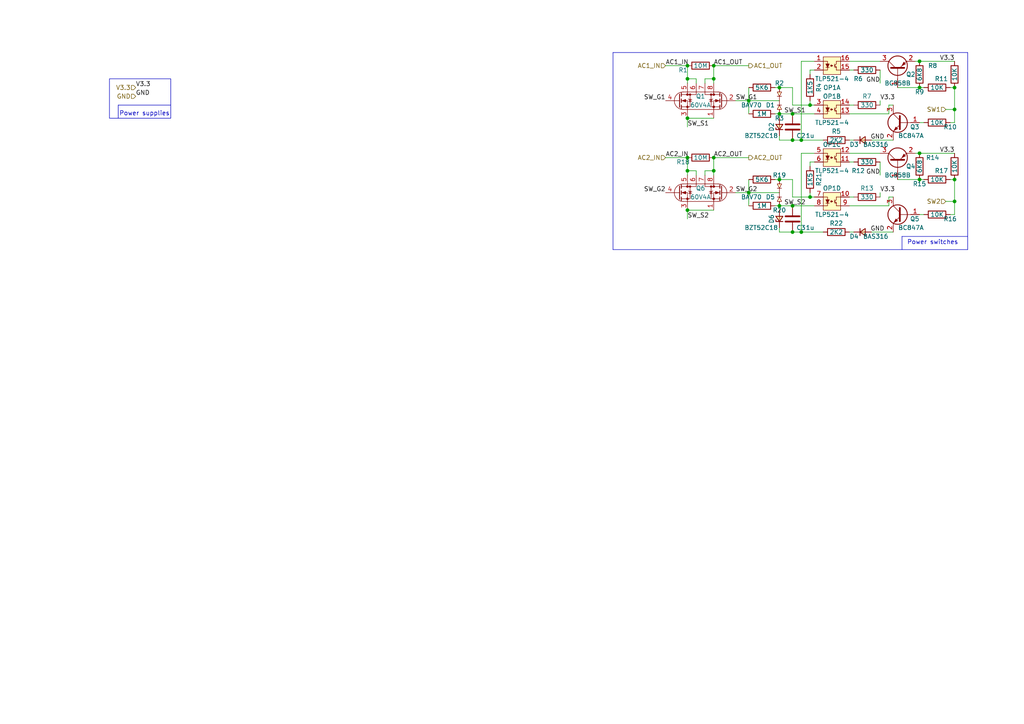
<source format=kicad_sch>
(kicad_sch (version 20250114) (generator "eeschema") (generator_version "9.0")
  (paper "A4")
  (lib_symbols
    (symbol "Device:C" (pin_numbers (hide yes)) (pin_names (offset 0.254))
      (property "Reference" "C" (at 0.635 2.54 0))
      (property "Value" "C" (at 0.635 -2.54 0))
      (symbol "C_0_1"
        (polyline (pts (xy -2.032 0.762) (xy 2.032 0.762)) (stroke (width 0.508)))
        (polyline (pts (xy -2.032 -0.762) (xy 2.032 -0.762)) (stroke (width 0.508)))
      )
      (symbol "C_1_1"
        (pin passive line (at 0 3.81 270) (length 2.794) (name "~") (number "1"))
        (pin passive line (at 0 -3.81 90) (length 2.794) (name "~") (number "2"))
      )
    )
    (symbol "Device:R" (pin_numbers (hide yes)) (pin_names (offset 0))
      (property "Reference" "R" (at 2.032 0 90))
      (property "Value" "R" (at 0 0 90))
      (symbol "R_0_1"
        (rectangle (start -1.016 -2.54) (end 1.016 2.54) (stroke (width 0.254)))
      )
      (symbol "R_1_1"
        (pin passive line (at 0 3.81 270) (length 1.27) (name "~") (number "1"))
        (pin passive line (at 0 -3.81 90) (length 1.27) (name "~") (number "2"))
      )
    )
    (symbol "SquantorDevice:D_CC_AAC" (pin_numbers (hide yes)) (pin_names (hide yes))
      (property "Reference" "D" (at 0 2.54 0))
      (property "Value" "D_CC_AAC" (at 0 -3.175 0))
      (symbol "D_CC_AAC_0_1"
        (polyline (pts (xy -1.27 0.635) (xy -1.27 -0.635)))
        (polyline (pts (xy 1.27 -0.635) (xy 1.27 0.635)))
      )
      (symbol "D_CC_AAC_1_1"
        (polyline (pts (xy -1.27 0) (xy 1.27 0)))
        (polyline (pts (xy -1.27 0) (xy -2.54 0.635) (xy -2.54 -0.635) (xy -1.27 0)) (fill (type background)))
        (polyline (pts (xy 1.27 0) (xy 2.54 -0.635) (xy 2.54 0.635) (xy 1.27 0)) (fill (type background)))
        (pin passive line (at -3.81 0 0) (length 1.27) (name "A1") (number "1"))
        (pin passive line (at 0 0 90) (length 0) (name "K1A2") (number "3"))
        (pin passive line (at 3.81 0 180) (length 1.27) (name "K2") (number "2"))
      )
    )
    (symbol "SquantorDevice:D_Small_A2C1" (pin_numbers (hide yes)) (pin_names (offset 0.254) (hide yes))
      (property "Reference" "D" (at 0 2.54 0))
      (property "Value" "D_Small_A2C1" (at 0 -2.54 0))
      (symbol "D_Small_A2C1_0_1"
        (polyline (pts (xy -0.762 0) (xy 0.762 0)))
        (polyline (pts (xy -0.762 -1.016) (xy -0.762 1.016)) (stroke (width 0.254)))
      )
      (symbol "D_Small_A2C1_1_1"
        (polyline (pts (xy 0.762 -1.016) (xy -0.762 0) (xy 0.762 1.016) (xy 0.762 -1.016)) (stroke (width 0.254)) (fill (type background)))
        (pin passive line (at -2.54 0 0) (length 1.778) (name "K") (number "1"))
        (pin passive line (at 2.54 0 180) (length 1.778) (name "A") (number "2"))
      )
    )
    (symbol "SquantorDevice:D_Zener_Small_A2C1" (pin_numbers (hide yes)) (pin_names (offset 0.254) (hide yes))
      (property "Reference" "D" (at 0 2.286 0))
      (property "Value" "D_Zener_Small_2_1" (at 0 -2.286 0))
      (symbol "D_Zener_Small_A2C1_0_1"
        (polyline (pts (xy -0.254 1.016) (xy -0.762 1.016) (xy -0.762 -1.016)) (stroke (width 0.254)))
        (polyline (pts (xy 0.762 0) (xy -0.762 0)))
      )
      (symbol "D_Zener_Small_A2C1_1_1"
        (polyline (pts (xy 0.762 1.016) (xy -0.762 0) (xy 0.762 -1.016) (xy 0.762 1.016)) (stroke (width 0.254)) (fill (type background)))
        (pin passive line (at -2.54 0 0) (length 1.778) (name "K") (number "1"))
        (pin passive line (at 2.54 0 180) (length 1.778) (name "A") (number "2"))
      )
    )
    (symbol "SquantorDevice:Q_NMOS_dual_8pin" (pin_names (offset 0) (hide yes))
      (property "Reference" "Q" (at 6.35 3.81 0))
      (property "Value" "Q_NMOS_DUAL" (at 6.35 -3.81 0))
      (symbol "Q_NMOS_dual_8pin_0_1"
        (polyline (pts (xy -6.35 0) (xy -7.62 0)))
        (polyline (pts (xy -6.2992 0) (xy -6.096 0)))
        (polyline (pts (xy -6.096 1.905) (xy -6.096 -1.905) (xy -6.096 -1.905)) (stroke (width 0.254)))
        (polyline (pts (xy -5.588 2.286) (xy -5.588 1.27)) (stroke (width 0.254)))
        (polyline (pts (xy -5.588 1.778) (xy -3.81 1.778)))
        (polyline (pts (xy -5.588 0.508) (xy -5.588 -0.508)) (stroke (width 0.254)))
        (polyline (pts (xy -5.588 0) (xy -3.81 0)))
        (polyline (pts (xy -5.588 -1.27) (xy -5.588 -2.286)) (stroke (width 0.254)))
        (polyline (pts (xy -5.588 -1.778) (xy -3.81 -1.778)))
        (polyline (pts (xy -5.334 0) (xy -4.318 0.381) (xy -4.318 -0.381) (xy -5.334 0)) (fill (type outline)))
        (polyline (pts (xy -5.08 2.54) (xy 5.08 2.54)))
        (arc (start -5.08 -2.54) (mid -7.609 0) (end -5.08 2.54))
        (polyline (pts (xy -3.81 2.54) (xy -3.81 1.778)))
        (circle (center -3.81 1.778) (radius 0.2794) (fill (type outline)))
        (circle (center -3.81 -1.778) (radius 0.2794) (fill (type outline)))
        (polyline (pts (xy -3.81 -1.778) (xy -3.81 0)))
        (polyline (pts (xy -3.81 -1.778) (xy -3.81 -2.54)))
        (polyline (pts (xy -3.81 -1.778) (xy -3.048 -1.778) (xy -3.048 1.778) (xy -3.81 1.778)))
        (polyline (pts (xy -3.556 0.508) (xy -3.429 0.381) (xy -2.667 0.381) (xy -2.54 0.254)))
        (polyline (pts (xy -3.048 0.381) (xy -3.429 -0.254) (xy -2.667 -0.254) (xy -3.048 0.381)))
        (polyline (pts (xy -1.27 2.54) (xy -1.27 1.778) (xy -3.048 1.778)))
        (polyline (pts (xy 3.048 1.778) (xy 1.27 1.778) (xy 1.27 2.54)))
        (polyline (pts (xy 3.048 0.381) (xy 3.429 -0.254) (xy 2.667 -0.254) (xy 3.048 0.381)))
        (polyline (pts (xy 3.556 0.508) (xy 3.429 0.381) (xy 2.667 0.381) (xy 2.54 0.254)))
        (polyline (pts (xy 3.81 2.54) (xy 3.81 1.778)))
        (circle (center 3.81 1.778) (radius 0.2794) (fill (type outline)))
        (polyline (pts (xy 3.81 -1.778) (xy 3.81 0)))
        (polyline (pts (xy 3.81 -1.778) (xy 3.81 -2.54)))
        (polyline (pts (xy 3.81 -1.778) (xy 3.048 -1.778) (xy 3.048 1.778) (xy 3.81 1.778)))
        (circle (center 3.81 -1.778) (radius 0.2794) (fill (type outline)))
        (arc (start 5.08 2.54) (mid 7.609 0) (end 5.08 -2.54))
        (polyline (pts (xy 5.08 -2.54) (xy -5.08 -2.54)))
        (polyline (pts (xy 5.334 0) (xy 4.318 0.381) (xy 4.318 -0.381) (xy 5.334 0)) (fill (type outline)))
        (polyline (pts (xy 5.588 2.286) (xy 5.588 1.27)) (stroke (width 0.254)))
        (polyline (pts (xy 5.588 1.778) (xy 3.81 1.778)))
        (polyline (pts (xy 5.588 0.508) (xy 5.588 -0.508)) (stroke (width 0.254)))
        (polyline (pts (xy 5.588 0) (xy 3.81 0)))
        (polyline (pts (xy 5.588 -1.27) (xy 5.588 -2.286)) (stroke (width 0.254)))
        (polyline (pts (xy 5.588 -1.778) (xy 3.81 -1.778)))
        (polyline (pts (xy 6.096 1.905) (xy 6.096 -1.905) (xy 6.096 -1.905)) (stroke (width 0.254)))
        (polyline (pts (xy 6.2992 0) (xy 6.096 0)))
        (polyline (pts (xy 7.62 0) (xy 6.35 0)))
      )
      (symbol "Q_NMOS_dual_8pin_1_1"
        (circle (center -3.048 1.778) (radius 0.254) (fill (type outline)))
        (circle (center 3.048 1.778) (radius 0.254) (fill (type outline)))
        (pin input line (at -10.16 0 0) (length 2.54) (name "G1") (number "2"))
        (pin passive line (at -3.81 5.08 270) (length 2.54) (name "D1") (number "8"))
        (pin passive line (at -3.81 -5.08 90) (length 2.54) (name "S1") (number "1"))
        (pin passive line (at -1.27 5.08 270) (length 2.54) (name "D1") (number "7"))
        (pin passive line (at 1.27 5.08 270) (length 2.54) (name "D2") (number "6"))
        (pin passive line (at 3.81 5.08 270) (length 2.54) (name "D2") (number "5"))
        (pin passive line (at 3.81 -5.08 90) (length 2.54) (name "S2") (number "3"))
        (pin passive line (at 10.16 0 180) (length 2.54) (name "G2") (number "4"))
      )
    )
    (symbol "SquantorOpto:OP_Q_quad" (pin_names (hide yes))
      (property "Reference" "OP" (at 0 3.81 0))
      (symbol "OP_Q_quad_1_1"
        (rectangle (start -2.54 2.54) (end 2.54 -2.54) (fill (type background)))
        (polyline (pts (xy -2.54 1.27) (xy -1.27 1.27) (xy -1.27 -1.27) (xy -2.54 -1.27)))
        (polyline (pts (xy -1.778 -0.508) (xy -0.762 -0.508)))
        (polyline (pts (xy -1.27 -0.508) (xy -1.778 0.508) (xy -0.762 0.508) (xy -1.27 -0.508)) (fill (type outline)))
        (polyline (pts (xy -0.508 0) (xy 0.254 0) (xy -0.254 0.254) (xy -0.254 -0.254) (xy 0.254 0)) (fill (type outline)))
        (polyline (pts (xy 0.762 0.508) (xy 0.762 -0.508)))
        (polyline (pts (xy 1.27 1.27) (xy 1.27 0.508) (xy 0.762 0) (xy 1.27 -0.508) (xy 1.27 -1.27)))
        (polyline (pts (xy 1.27 -0.508) (xy 1.27 -0.254) (xy 1.016 -0.508) (xy 1.27 -0.508)))
        (polyline (pts (xy 2.54 1.27) (xy 1.27 1.27)))
        (polyline (pts (xy 2.54 -1.27) (xy 1.27 -1.27)))
        (pin passive line (at -5.08 1.27 0) (length 2.54) (name "A1") (number "1"))
        (pin passive line (at -5.08 -1.27 0) (length 2.54) (name "C1") (number "2"))
        (pin passive line (at 5.08 1.27 180) (length 2.54) (name "C1") (number "16"))
        (pin passive line (at 5.08 -1.27 180) (length 2.54) (name "E1") (number "15"))
      )
      (symbol "OP_Q_quad_2_1"
        (rectangle (start -2.54 2.54) (end 2.54 -2.54) (fill (type background)))
        (polyline (pts (xy -2.54 1.27) (xy -1.27 1.27) (xy -1.27 -1.27) (xy -2.54 -1.27)))
        (polyline (pts (xy -1.778 -0.508) (xy -0.762 -0.508)))
        (polyline (pts (xy -1.27 -0.508) (xy -1.778 0.508) (xy -0.762 0.508) (xy -1.27 -0.508)) (fill (type outline)))
        (polyline (pts (xy -0.508 0) (xy 0.254 0) (xy -0.254 0.254) (xy -0.254 -0.254) (xy 0.254 0)) (fill (type outline)))
        (polyline (pts (xy 0.762 0.508) (xy 0.762 -0.508)))
        (polyline (pts (xy 1.27 1.27) (xy 1.27 0.508) (xy 0.762 0) (xy 1.27 -0.508) (xy 1.27 -1.27)))
        (polyline (pts (xy 1.27 -0.508) (xy 1.27 -0.254) (xy 1.016 -0.508) (xy 1.27 -0.508)))
        (polyline (pts (xy 2.54 1.27) (xy 1.27 1.27)))
        (polyline (pts (xy 2.54 -1.27) (xy 1.27 -1.27)))
        (pin passive line (at -5.08 1.27 0) (length 2.54) (name "A2") (number "3"))
        (pin passive line (at -5.08 -1.27 0) (length 2.54) (name "C2") (number "4"))
        (pin passive line (at 5.08 1.27 180) (length 2.54) (name "C2") (number "14"))
        (pin passive line (at 5.08 -1.27 180) (length 2.54) (name "E2") (number "13"))
      )
      (symbol "OP_Q_quad_3_1"
        (rectangle (start -2.54 2.54) (end 2.54 -2.54) (fill (type background)))
        (polyline (pts (xy -2.54 1.27) (xy -1.27 1.27) (xy -1.27 -1.27) (xy -2.54 -1.27)))
        (polyline (pts (xy -1.778 -0.508) (xy -0.762 -0.508)))
        (polyline (pts (xy -1.27 -0.508) (xy -1.778 0.508) (xy -0.762 0.508) (xy -1.27 -0.508)) (fill (type outline)))
        (polyline (pts (xy -0.508 0) (xy 0.254 0) (xy -0.254 0.254) (xy -0.254 -0.254) (xy 0.254 0)) (fill (type outline)))
        (polyline (pts (xy 0.762 0.508) (xy 0.762 -0.508)))
        (polyline (pts (xy 1.27 1.27) (xy 1.27 0.508) (xy 0.762 0) (xy 1.27 -0.508) (xy 1.27 -1.27)))
        (polyline (pts (xy 1.27 -0.508) (xy 1.27 -0.254) (xy 1.016 -0.508) (xy 1.27 -0.508)))
        (polyline (pts (xy 2.54 1.27) (xy 1.27 1.27)))
        (polyline (pts (xy 2.54 -1.27) (xy 1.27 -1.27)))
        (pin passive line (at -5.08 1.27 0) (length 2.54) (name "A3") (number "5"))
        (pin passive line (at -5.08 -1.27 0) (length 2.54) (name "C3") (number "6"))
        (pin passive line (at 5.08 1.27 180) (length 2.54) (name "C3") (number "12"))
        (pin passive line (at 5.08 -1.27 180) (length 2.54) (name "E3") (number "11"))
      )
      (symbol "OP_Q_quad_4_1"
        (rectangle (start -2.54 2.54) (end 2.54 -2.54) (fill (type background)))
        (polyline (pts (xy -2.54 1.27) (xy -1.27 1.27) (xy -1.27 -1.27) (xy -2.54 -1.27)))
        (polyline (pts (xy -1.778 -0.508) (xy -0.762 -0.508)))
        (polyline (pts (xy -1.27 -0.508) (xy -1.778 0.508) (xy -0.762 0.508) (xy -1.27 -0.508)) (fill (type outline)))
        (polyline (pts (xy -0.508 0) (xy 0.254 0) (xy -0.254 0.254) (xy -0.254 -0.254) (xy 0.254 0)) (fill (type outline)))
        (polyline (pts (xy 0.762 0.508) (xy 0.762 -0.508)))
        (polyline (pts (xy 1.27 1.27) (xy 1.27 0.508) (xy 0.762 0) (xy 1.27 -0.508) (xy 1.27 -1.27)))
        (polyline (pts (xy 1.27 -0.508) (xy 1.27 -0.254) (xy 1.016 -0.508) (xy 1.27 -0.508)))
        (polyline (pts (xy 2.54 1.27) (xy 1.27 1.27)))
        (polyline (pts (xy 2.54 -1.27) (xy 1.27 -1.27)))
        (pin passive line (at -5.08 1.27 0) (length 2.54) (name "A4") (number "7"))
        (pin passive line (at -5.08 -1.27 0) (length 2.54) (name "C4") (number "8"))
        (pin passive line (at 5.08 1.27 180) (length 2.54) (name "C4") (number "10"))
        (pin passive line (at 5.08 -1.27 180) (length 2.54) (name "E4") (number "9"))
      )
    )
    (symbol "Transistor_BJT:Q_NPN_BEC" (pin_names (offset 0) (hide yes))
      (property "Reference" "Q" (at 5.08 1.27 0))
      (property "Value" "Q_NPN_BEC" (at 5.08 -1.27 0))
      (symbol "Q_NPN_BEC_0_1"
        (polyline (pts (xy -2.54 0) (xy 0.635 0)))
        (polyline (pts (xy 0.635 1.905) (xy 0.635 -1.905)) (stroke (width 0.508)))
        (circle (center 1.27 0) (radius 2.8194) (stroke (width 0.254)))
      )
      (symbol "Q_NPN_BEC_1_1"
        (polyline (pts (xy 0.635 0.635) (xy 2.54 2.54)))
        (polyline (pts (xy 0.635 -0.635) (xy 2.54 -2.54)))
        (polyline (pts (xy 1.27 -1.778) (xy 1.778 -1.27) (xy 2.286 -2.286) (xy 1.27 -1.778)) (fill (type outline)))
        (pin input line (at -5.08 0 0) (length 2.54) (name "B") (number "1"))
        (pin passive line (at 2.54 5.08 270) (length 2.54) (name "C") (number "3"))
        (pin passive line (at 2.54 -5.08 90) (length 2.54) (name "E") (number "2"))
      )
    )
    (symbol "Transistor_BJT:Q_PNP_BEC" (pin_names (offset 0) (hide yes))
      (property "Reference" "Q" (at 5.08 1.27 0))
      (property "Value" "Q_PNP_BEC" (at 5.08 -1.27 0))
      (symbol "Q_PNP_BEC_0_1"
        (polyline (pts (xy -2.54 0) (xy 0.635 0)))
        (polyline (pts (xy 0.635 1.905) (xy 0.635 -1.905)) (stroke (width 0.508)))
        (polyline (pts (xy 0.635 0.635) (xy 2.54 2.54)))
        (polyline (pts (xy 0.635 -0.635) (xy 2.54 -2.54)))
        (circle (center 1.27 0) (radius 2.8194) (stroke (width 0.254)))
        (polyline (pts (xy 2.286 -1.778) (xy 1.778 -2.286) (xy 1.27 -1.27) (xy 2.286 -1.778)) (fill (type outline)))
      )
      (symbol "Q_PNP_BEC_1_1"
        (pin input line (at -5.08 0 0) (length 2.54) (name "B") (number "1"))
        (pin passive line (at 2.54 5.08 270) (length 2.54) (name "C") (number "3"))
        (pin passive line (at 2.54 -5.08 90) (length 2.54) (name "E") (number "2"))
      )
    )
  )
  (rectangle (start 31.75 22.86) (end 49.53 34.29))
  (text "Power switches" (at 270.51 71.12 0) (effects (font (size 1.27 1.27)) (justify bottom)))
  (text "Power supplies" (at 41.91 33.02 0) (effects (font (size 1.27 1.27))))
  (junction (at 276.86 52.07))
  (junction (at 199.39 22.86))
  (junction (at 226.06 59.69))
  (junction (at 276.86 25.4))
  (junction (at 207.01 22.86))
  (junction (at 226.06 33.02))
  (junction (at 232.41 40.64))
  (junction (at 266.7 25.4))
  (junction (at 226.06 25.4))
  (junction (at 232.41 67.31))
  (junction (at 266.7 44.45))
  (junction (at 234.95 30.48))
  (junction (at 199.39 49.53))
  (junction (at 234.95 57.15))
  (junction (at 229.87 67.31))
  (junction (at 229.87 40.64))
  (junction (at 229.87 59.69))
  (junction (at 207.01 45.72))
  (junction (at 229.87 33.02))
  (junction (at 226.06 52.07))
  (junction (at 217.17 29.21))
  (junction (at 266.7 52.07))
  (junction (at 199.39 60.96))
  (junction (at 199.39 19.05))
  (junction (at 276.86 58.42))
  (junction (at 207.01 49.53))
  (junction (at 266.7 17.78))
  (junction (at 207.01 19.05))
  (junction (at 276.86 31.75))
  (junction (at 199.39 34.29))
  (junction (at 199.39 45.72))
  (junction (at 217.17 55.88))
  (wire (pts (xy 246.38 46.99) (xy 247.65 46.99)))
  (wire (pts (xy 232.41 44.45) (xy 232.41 67.31)))
  (wire (pts (xy 234.95 20.32) (xy 236.22 20.32)))
  (wire (pts (xy 266.7 35.56) (xy 267.97 35.56)))
  (wire (pts (xy 207.01 49.53) (xy 207.01 50.8)))
  (wire (pts (xy 226.06 25.4) (xy 229.87 25.4)))
  (wire (pts (xy 207.01 22.86) (xy 207.01 24.13)))
  (wire (pts (xy 207.01 45.72) (xy 217.17 45.72)))
  (wire (pts (xy 255.27 55.88) (xy 255.27 57.15)))
  (wire (pts (xy 226.06 67.31) (xy 229.87 67.31)))
  (wire (pts (xy 276.86 62.23) (xy 275.59 62.23)))
  (wire (pts (xy 252.73 67.31) (xy 259.08 67.31)))
  (wire (pts (xy 207.01 19.05) (xy 207.01 22.86)))
  (wire (pts (xy 255.27 29.21) (xy 255.27 30.48)))
  (wire (pts (xy 236.22 44.45) (xy 232.41 44.45)))
  (wire (pts (xy 275.59 52.07) (xy 276.86 52.07)))
  (wire (pts (xy 199.39 49.53) (xy 199.39 50.8)))
  (wire (pts (xy 234.95 30.48) (xy 234.95 29.21)))
  (wire (pts (xy 229.87 59.69) (xy 236.22 59.69)))
  (wire (pts (xy 276.86 35.56) (xy 275.59 35.56)))
  (wire (pts (xy 217.17 55.88) (xy 217.17 59.69)))
  (wire (pts (xy 224.79 59.69) (xy 226.06 59.69)))
  (wire (pts (xy 226.06 59.69) (xy 226.06 60.96)))
  (polyline (pts (xy 177.8 15.24) (xy 177.8 72.39)))
  (polyline (pts (xy 261.62 68.58) (xy 261.62 72.39)))
  (wire (pts (xy 234.95 46.99) (xy 236.22 46.99)))
  (wire (pts (xy 226.06 33.02) (xy 229.87 33.02)))
  (wire (pts (xy 217.17 25.4) (xy 217.17 29.21)))
  (wire (pts (xy 193.04 19.05) (xy 199.39 19.05)))
  (polyline (pts (xy 177.8 72.39) (xy 280.67 72.39)))
  (wire (pts (xy 201.93 24.13) (xy 201.93 22.86)))
  (wire (pts (xy 226.06 40.64) (xy 229.87 40.64)))
  (wire (pts (xy 246.38 44.45) (xy 255.27 44.45)))
  (wire (pts (xy 276.86 31.75) (xy 276.86 35.56)))
  (wire (pts (xy 226.06 39.37) (xy 226.06 40.64)))
  (wire (pts (xy 234.95 57.15) (xy 236.22 57.15)))
  (wire (pts (xy 229.87 25.4) (xy 229.87 30.48)))
  (wire (pts (xy 232.41 67.31) (xy 238.76 67.31)))
  (wire (pts (xy 274.32 31.75) (xy 276.86 31.75)))
  (wire (pts (xy 257.81 33.02) (xy 257.81 30.48)))
  (wire (pts (xy 199.39 60.96) (xy 199.39 63.5)))
  (wire (pts (xy 275.59 25.4) (xy 276.86 25.4)))
  (wire (pts (xy 266.7 52.07) (xy 267.97 52.07)))
  (wire (pts (xy 207.01 19.05) (xy 217.17 19.05)))
  (wire (pts (xy 265.43 17.78) (xy 266.7 17.78)))
  (wire (pts (xy 232.41 17.78) (xy 232.41 40.64)))
  (wire (pts (xy 204.47 24.13) (xy 204.47 22.86)))
  (wire (pts (xy 199.39 22.86) (xy 201.93 22.86)))
  (wire (pts (xy 229.87 67.31) (xy 232.41 67.31)))
  (wire (pts (xy 260.35 25.4) (xy 266.7 25.4)))
  (wire (pts (xy 252.73 40.64) (xy 259.08 40.64)))
  (wire (pts (xy 213.36 29.21) (xy 217.17 29.21)))
  (polyline (pts (xy 49.53 30.48) (xy 34.29 30.48)))
  (polyline (pts (xy 34.29 30.48) (xy 34.29 34.29)))
  (wire (pts (xy 255.27 20.32) (xy 255.27 24.13)))
  (wire (pts (xy 266.7 25.4) (xy 267.97 25.4)))
  (wire (pts (xy 224.79 25.4) (xy 226.06 25.4)))
  (wire (pts (xy 257.81 59.69) (xy 257.81 57.15)))
  (wire (pts (xy 234.95 21.59) (xy 234.95 20.32)))
  (polyline (pts (xy 280.67 68.58) (xy 261.62 68.58)))
  (wire (pts (xy 246.38 40.64) (xy 247.65 40.64)))
  (wire (pts (xy 247.65 30.48) (xy 246.38 30.48)))
  (wire (pts (xy 207.01 45.72) (xy 207.01 49.53)))
  (wire (pts (xy 217.17 29.21) (xy 217.17 33.02)))
  (wire (pts (xy 226.06 66.04) (xy 226.06 67.31)))
  (wire (pts (xy 226.06 52.07) (xy 229.87 52.07)))
  (wire (pts (xy 229.87 57.15) (xy 234.95 57.15)))
  (wire (pts (xy 276.86 52.07) (xy 276.86 58.42)))
  (wire (pts (xy 234.95 57.15) (xy 234.95 55.88)))
  (wire (pts (xy 204.47 49.53) (xy 207.01 49.53)))
  (wire (pts (xy 199.39 34.29) (xy 199.39 36.83)))
  (wire (pts (xy 199.39 19.05) (xy 199.39 22.86)))
  (wire (pts (xy 229.87 40.64) (xy 232.41 40.64)))
  (wire (pts (xy 199.39 60.96) (xy 207.01 60.96)))
  (wire (pts (xy 266.7 17.78) (xy 276.86 17.78)))
  (wire (pts (xy 217.17 29.21) (xy 226.06 29.21)))
  (wire (pts (xy 217.17 52.07) (xy 217.17 55.88)))
  (wire (pts (xy 199.39 34.29) (xy 207.01 34.29)))
  (wire (pts (xy 257.81 57.15) (xy 259.08 57.15)))
  (wire (pts (xy 224.79 52.07) (xy 226.06 52.07)))
  (wire (pts (xy 229.87 30.48) (xy 234.95 30.48)))
  (wire (pts (xy 276.86 25.4) (xy 276.86 31.75)))
  (wire (pts (xy 276.86 58.42) (xy 276.86 62.23)))
  (wire (pts (xy 204.47 50.8) (xy 204.47 49.53)))
  (wire (pts (xy 236.22 17.78) (xy 232.41 17.78)))
  (wire (pts (xy 199.39 49.53) (xy 201.93 49.53)))
  (wire (pts (xy 234.95 48.26) (xy 234.95 46.99)))
  (wire (pts (xy 266.7 44.45) (xy 276.86 44.45)))
  (wire (pts (xy 199.39 22.86) (xy 199.39 24.13)))
  (wire (pts (xy 255.27 46.99) (xy 255.27 50.8)))
  (polyline (pts (xy 280.67 15.24) (xy 177.8 15.24)))
  (wire (pts (xy 257.81 30.48) (xy 259.08 30.48)))
  (wire (pts (xy 226.06 59.69) (xy 229.87 59.69)))
  (wire (pts (xy 199.39 45.72) (xy 199.39 49.53)))
  (wire (pts (xy 246.38 17.78) (xy 255.27 17.78)))
  (wire (pts (xy 217.17 55.88) (xy 226.06 55.88)))
  (wire (pts (xy 213.36 55.88) (xy 217.17 55.88)))
  (wire (pts (xy 224.79 33.02) (xy 226.06 33.02)))
  (wire (pts (xy 229.87 52.07) (xy 229.87 57.15)))
  (wire (pts (xy 246.38 20.32) (xy 247.65 20.32)))
  (wire (pts (xy 226.06 33.02) (xy 226.06 34.29)))
  (wire (pts (xy 247.65 57.15) (xy 246.38 57.15)))
  (wire (pts (xy 193.04 45.72) (xy 199.39 45.72)))
  (wire (pts (xy 246.38 33.02) (xy 257.81 33.02)))
  (wire (pts (xy 266.7 62.23) (xy 267.97 62.23)))
  (polyline (pts (xy 280.67 72.39) (xy 280.67 15.24)))
  (wire (pts (xy 201.93 50.8) (xy 201.93 49.53)))
  (wire (pts (xy 204.47 22.86) (xy 207.01 22.86)))
  (wire (pts (xy 274.32 58.42) (xy 276.86 58.42)))
  (wire (pts (xy 246.38 59.69) (xy 257.81 59.69)))
  (wire (pts (xy 265.43 44.45) (xy 266.7 44.45)))
  (wire (pts (xy 246.38 67.31) (xy 247.65 67.31)))
  (wire (pts (xy 229.87 33.02) (xy 236.22 33.02)))
  (wire (pts (xy 260.35 52.07) (xy 266.7 52.07)))
  (wire (pts (xy 232.41 40.64) (xy 238.76 40.64)))
  (wire (pts (xy 234.95 30.48) (xy 236.22 30.48)))
  (label "AC2_OUT" (at 207.01 45.72 0))
  (label "V3.3" (at 255.27 55.88 0))
  (label "AC1_OUT" (at 207.01 19.05 0))
  (label "SW_S1" (at 233.68 33.02 180))
  (label "SW_S1" (at 199.39 36.83 0))
  (label "GND" (at 256.54 40.64 180))
  (label "V3.3" (at 276.86 44.45 180))
  (label "SW_G2" (at 193.04 55.88 180))
  (label "SW_S2" (at 199.39 63.5 0))
  (label "V3.3" (at 276.86 17.78 180))
  (label "SW_G1" (at 213.36 29.21 0))
  (label "GND" (at 255.27 24.13 180))
  (label "SW_G2" (at 213.36 55.88 0))
  (label "V3.3" (at 255.27 29.21 0))
  (label "V3.3" (at 39.37 25.4 0))
  (label "SW_G1" (at 193.04 29.21 180))
  (label "AC2_IN" (at 193.04 45.72 0))
  (label "GND" (at 39.37 27.94 0))
  (label "GND" (at 256.54 67.31 180))
  (label "SW_S2" (at 233.68 59.69 180))
  (label "AC1_IN" (at 193.04 19.05 0))
  (label "GND" (at 255.27 50.8 180))
  (hierarchical_label "V3.3" (shape input) (at 39.37 25.4 180))
  (hierarchical_label "AC2_IN" (shape input) (at 193.04 45.72 180))
  (hierarchical_label "GND" (shape input) (at 39.37 27.94 180))
  (hierarchical_label "AC1_OUT" (shape output) (at 217.17 19.05 0))
  (hierarchical_label "AC2_OUT" (shape output) (at 217.17 45.72 0))
  (hierarchical_label "SW2" (shape input) (at 274.32 58.42 180))
  (hierarchical_label "SW1" (shape input) (at 274.32 31.75 180))
  (hierarchical_label "AC1_IN" (shape input) (at 193.04 19.05 180))
  (symbol (lib_id "Device:R") (at 271.78 62.23 90) (unit 1)
    (property "Reference" "R16" (at 275.59 63.5 90))
    (property "Value" "10K" (at 271.78 62.23 90))
    (property "Footprint" "SquantorResistor:R_0603_hand" (effects (hide yes)))
    (property "Description" "Resistor" (effects (hide yes)))
  )
  (symbol (lib_id "Transistor_BJT:Q_NPN_BEC") (at 261.62 35.56 0) (mirror y) (unit 1)
    (property "Reference" "Q3" (at 266.7 36.83 0) (effects (justify left)))
    (property "Value" "BC847A" (at 267.97 39.37 0) (effects (justify left)))
    (property "Footprint" "SquantorIC:SOT23-3" (effects (hide yes)))
    (property "Description" "NPN transistor, base/emitter/collector" (effects (hide yes)))
  )
  (symbol (lib_id "Device:R") (at 251.46 20.32 270) (unit 1)
    (property "Reference" "R6" (at 248.92 22.86 90))
    (property "Value" "330" (at 251.46 20.32 90))
    (property "Footprint" "SquantorResistor:R_0603_hand" (effects (hide yes)))
    (property "Description" "Resistor" (effects (hide yes)))
  )
  (symbol (lib_id "SquantorDevice:Q_NMOS_dual_8pin") (at 203.2 29.21 0) (mirror y) (unit 1)
    (property "Reference" "Q1" (at 203.2 27.94 0))
    (property "Value" "60V4A" (at 203.2 30.48 0))
    (property "Footprint" "SquantorIC:SOIC-8" (effects (hide yes)))
    (property "Description" "Transistor N-MOSFET with substrate diode (general)" (effects (hide yes)))
  )
  (symbol (lib_id "SquantorOpto:OP_Q_quad") (at 241.3 31.75 0) (unit 2)
    (property "Reference" "OP1" (at 241.3 27.94 0))
    (property "Value" "TLP521-4" (at 241.3 35.56 0))
    (property "Footprint" "SquantorIC:DIP-16_W7.62mm" (effects (hide yes)))
  )
  (symbol (lib_id "Device:R") (at 276.86 48.26 180) (unit 1)
    (property "Reference" "R17" (at 273.05 49.53 0))
    (property "Value" "10K" (at 276.86 48.26 90))
    (property "Footprint" "SquantorResistor:R_0603_hand" (effects (hide yes)))
    (property "Description" "Resistor" (effects (hide yes)))
  )
  (symbol (lib_id "Device:R") (at 271.78 35.56 90) (unit 1)
    (property "Reference" "R10" (at 275.59 36.83 90))
    (property "Value" "10K" (at 271.78 35.56 90))
    (property "Footprint" "SquantorResistor:R_0603_hand" (effects (hide yes)))
    (property "Description" "Resistor" (effects (hide yes)))
  )
  (symbol (lib_id "Device:R") (at 266.7 21.59 180) (unit 1)
    (property "Reference" "R8" (at 270.51 19.05 0))
    (property "Value" "6K8" (at 266.7 21.59 90))
    (property "Footprint" "SquantorResistor:R_0603_hand" (effects (hide yes)))
    (property "Description" "Resistor" (effects (hide yes)))
  )
  (symbol (lib_id "Device:R") (at 251.46 46.99 270) (unit 1)
    (property "Reference" "R12" (at 248.92 49.53 90))
    (property "Value" "330" (at 251.46 46.99 90))
    (property "Footprint" "SquantorResistor:R_0603_hand" (effects (hide yes)))
    (property "Description" "Resistor" (effects (hide yes)))
  )
  (symbol (lib_id "Device:R") (at 271.78 52.07 90) (unit 1)
    (property "Reference" "R15" (at 266.7 53.34 90))
    (property "Value" "10K" (at 271.78 52.07 90))
    (property "Footprint" "SquantorResistor:R_0603_hand" (effects (hide yes)))
    (property "Description" "Resistor" (effects (hide yes)))
  )
  (symbol (lib_id "SquantorDevice:D_CC_AAC") (at 226.06 29.21 90) (unit 1)
    (property "Reference" "D1" (at 224.79 30.48 90) (effects (justify left)))
    (property "Value" "BAV70" (at 220.98 30.48 90) (effects (justify left)))
    (property "Footprint" "SquantorIC:SOT23-3" (effects (hide yes)))
  )
  (symbol (lib_id "Transistor_BJT:Q_NPN_BEC") (at 261.62 62.23 0) (mirror y) (unit 1)
    (property "Reference" "Q5" (at 266.7 63.5 0) (effects (justify left)))
    (property "Value" "BC847A" (at 267.97 66.04 0) (effects (justify left)))
    (property "Footprint" "SquantorIC:SOT23-3" (effects (hide yes)))
    (property "Description" "NPN transistor, base/emitter/collector" (effects (hide yes)))
  )
  (symbol (lib_id "Device:R") (at 266.7 48.26 180) (unit 1)
    (property "Reference" "R14" (at 270.51 45.72 0))
    (property "Value" "6K8" (at 266.7 48.26 90))
    (property "Footprint" "SquantorResistor:R_0603_hand" (effects (hide yes)))
    (property "Description" "Resistor" (effects (hide yes)))
  )
  (symbol (lib_id "Device:R") (at 242.57 67.31 90) (unit 1)
    (property "Reference" "R22" (at 242.57 64.77 90))
    (property "Value" "2K2" (at 242.57 67.31 90))
    (property "Footprint" "SquantorResistor:R_0603_hand" (effects (hide yes)))
    (property "Description" "Resistor" (effects (hide yes)))
  )
  (symbol (lib_id "Device:R") (at 234.95 52.07 0) (unit 1)
    (property "Reference" "R21" (at 237.49 52.07 90))
    (property "Value" "1K5" (at 234.95 52.07 90))
    (property "Footprint" "SquantorResistor:R_0603_hand" (effects (hide yes)))
    (property "Description" "Resistor" (effects (hide yes)))
  )
  (symbol (lib_id "SquantorDevice:Q_NMOS_dual_8pin") (at 203.2 55.88 0) (mirror y) (unit 1)
    (property "Reference" "Q6" (at 203.2 54.61 0))
    (property "Value" "60V4A" (at 203.2 57.15 0))
    (property "Footprint" "SquantorIC:SOIC-8" (effects (hide yes)))
    (property "Description" "Transistor N-MOSFET with substrate diode (general)" (effects (hide yes)))
  )
  (symbol (lib_id "SquantorOpto:OP_Q_quad") (at 241.3 45.72 0) (unit 3)
    (property "Reference" "OP1" (at 241.3 41.91 0))
    (property "Value" "TLP521-4" (at 241.3 49.53 0))
    (property "Footprint" "SquantorIC:DIP-16_W7.62mm" (effects (hide yes)))
  )
  (symbol (lib_id "Device:R") (at 251.46 30.48 90) (unit 1)
    (property "Reference" "R7" (at 251.46 27.94 90))
    (property "Value" "330" (at 251.46 30.48 90))
    (property "Footprint" "SquantorResistor:R_0603_hand" (effects (hide yes)))
    (property "Description" "Resistor" (effects (hide yes)))
  )
  (symbol (lib_id "Device:R") (at 220.98 59.69 90) (mirror x) (unit 1)
    (property "Reference" "R20" (at 226.06 60.96 90))
    (property "Value" "1M" (at 220.98 59.69 90))
    (property "Footprint" "SquantorResistor:R_0603_hand" (effects (hide yes)))
    (property "Description" "Resistor" (effects (hide yes)))
  )
  (symbol (lib_id "Device:R") (at 271.78 25.4 90) (unit 1)
    (property "Reference" "R9" (at 266.7 26.67 90))
    (property "Value" "10K" (at 271.78 25.4 90))
    (property "Footprint" "SquantorResistor:R_0603_hand" (effects (hide yes)))
    (property "Description" "Resistor" (effects (hide yes)))
  )
  (symbol (lib_id "Device:R") (at 203.2 45.72 90) (unit 1)
    (property "Reference" "R18" (at 198.12 46.99 90))
    (property "Value" "10M" (at 203.2 45.72 90))
    (property "Footprint" "SquantorResistor:R_0603_hand" (effects (hide yes)))
    (property "Description" "Resistor" (effects (hide yes)))
  )
  (symbol (lib_id "SquantorOpto:OP_Q_quad") (at 241.3 19.05 0) (unit 1)
    (property "Reference" "OP1" (at 241.3 25.4 0))
    (property "Value" "TLP521-4" (at 241.3 22.86 0))
    (property "Footprint" "SquantorIC:DIP-16_W7.62mm" (effects (hide yes)))
  )
  (symbol (lib_id "Transistor_BJT:Q_PNP_BEC") (at 260.35 46.99 90) (unit 1)
    (property "Reference" "Q4" (at 264.16 48.26 90))
    (property "Value" "BC858B" (at 260.35 50.8 90))
    (property "Footprint" "SquantorIC:SOT23-3" (effects (hide yes)))
    (property "Description" "PNP transistor, base/emitter/collector" (effects (hide yes)))
  )
  (symbol (lib_id "Device:R") (at 203.2 19.05 90) (unit 1)
    (property "Reference" "R1" (at 198.12 20.32 90))
    (property "Value" "10M" (at 203.2 19.05 90))
    (property "Footprint" "SquantorResistor:R_0603_hand" (effects (hide yes)))
    (property "Description" "Resistor" (effects (hide yes)))
  )
  (symbol (lib_id "SquantorDevice:D_CC_AAC") (at 226.06 55.88 90) (unit 1)
    (property "Reference" "D5" (at 224.79 57.15 90) (effects (justify left)))
    (property "Value" "BAV70" (at 220.98 57.15 90) (effects (justify left)))
    (property "Footprint" "SquantorIC:SOT23-3" (effects (hide yes)))
  )
  (symbol (lib_id "SquantorDevice:D_Zener_Small_A2C1") (at 226.06 36.83 90) (unit 1)
    (property "Reference" "D2" (at 223.774 36.83 0))
    (property "Value" "BZT52C18" (at 215.9 39.37 90) (effects (justify right)))
    (property "Footprint" "SquantorDiodes:SOD-323-nexperia-hand" (effects (hide yes)))
    (property "Description" "Zener diode, small symbol" (effects (hide yes)))
  )
  (symbol (lib_id "Device:R") (at 220.98 52.07 90) (unit 1)
    (property "Reference" "R19" (at 226.06 50.8 90))
    (property "Value" "5K6" (at 220.98 52.07 90))
    (property "Footprint" "SquantorResistor:R_0603_hand" (effects (hide yes)))
    (property "Description" "Resistor" (effects (hide yes)))
  )
  (symbol (lib_id "Device:C") (at 229.87 36.83 180) (unit 1)
    (property "Reference" "C2" (at 233.68 39.37 0) (effects (justify left)))
    (property "Value" "1u" (at 234.95 39.37 0))
    (property "Footprint" "SquantorCapacitor:C_0805+0603" (effects (hide yes)))
  )
  (symbol (lib_id "Device:R") (at 234.95 25.4 0) (unit 1)
    (property "Reference" "R4" (at 237.49 25.4 90))
    (property "Value" "1K5" (at 234.95 25.4 90))
    (property "Footprint" "SquantorResistor:R_0603_hand" (effects (hide yes)))
    (property "Description" "Resistor" (effects (hide yes)))
  )
  (symbol (lib_id "Device:R") (at 242.57 40.64 90) (unit 1)
    (property "Reference" "R5" (at 242.57 38.1 90))
    (property "Value" "2K2" (at 242.57 40.64 90))
    (property "Footprint" "SquantorResistor:R_0603_hand" (effects (hide yes)))
    (property "Description" "Resistor" (effects (hide yes)))
  )
  (symbol (lib_id "SquantorDevice:D_Zener_Small_A2C1") (at 226.06 63.5 90) (unit 1)
    (property "Reference" "D6" (at 223.774 63.5 0))
    (property "Value" "BZT52C18" (at 215.9 66.04 90) (effects (justify right)))
    (property "Footprint" "SquantorDiodes:SOD-323-nexperia-hand" (effects (hide yes)))
    (property "Description" "Zener diode, small symbol" (effects (hide yes)))
  )
  (symbol (lib_id "Transistor_BJT:Q_PNP_BEC") (at 260.35 20.32 90) (unit 1)
    (property "Reference" "Q2" (at 264.16 21.59 90))
    (property "Value" "BC858B" (at 260.35 24.13 90))
    (property "Footprint" "SquantorIC:SOT23-3" (effects (hide yes)))
    (property "Description" "PNP transistor, base/emitter/collector" (effects (hide yes)))
  )
  (symbol (lib_id "SquantorDevice:D_Small_A2C1") (at 250.19 67.31 0) (unit 1)
    (property "Reference" "D4" (at 246.38 68.58 0) (effects (justify left)))
    (property "Value" "BAS316" (at 254 68.58 0))
    (property "Footprint" "SquantorDiodes:SOD-323-nexperia-hand" (effects (hide yes)))
    (property "Description" "Diode, small symbol" (effects (hide yes)))
    (property "Sim.Device" "D" (effects (hide yes)))
    (property "Sim.Pins" "1=K 2=A" (effects (hide yes)))
  )
  (symbol (lib_id "SquantorOpto:OP_Q_quad") (at 241.3 58.42 0) (unit 4)
    (property "Reference" "OP1" (at 241.3 54.61 0))
    (property "Value" "TLP521-4" (at 241.3 62.23 0))
    (property "Footprint" "SquantorIC:DIP-16_W7.62mm" (effects (hide yes)))
  )
  (symbol (lib_id "Device:R") (at 220.98 33.02 90) (mirror x) (unit 1)
    (property "Reference" "R3" (at 226.06 34.29 90))
    (property "Value" "1M" (at 220.98 33.02 90))
    (property "Footprint" "SquantorResistor:R_0603_hand" (effects (hide yes)))
    (property "Description" "Resistor" (effects (hide yes)))
  )
  (symbol (lib_id "Device:R") (at 276.86 21.59 180) (unit 1)
    (property "Reference" "R11" (at 273.05 22.86 0))
    (property "Value" "10K" (at 276.86 21.59 90))
    (property "Footprint" "SquantorResistor:R_0603_hand" (effects (hide yes)))
    (property "Description" "Resistor" (effects (hide yes)))
  )
  (symbol (lib_id "SquantorDevice:D_Small_A2C1") (at 250.19 40.64 0) (unit 1)
    (property "Reference" "D3" (at 246.38 41.91 0) (effects (justify left)))
    (property "Value" "BAS316" (at 254 41.91 0))
    (property "Footprint" "SquantorDiodes:SOD-323-nexperia-hand" (effects (hide yes)))
    (property "Description" "Diode, small symbol" (effects (hide yes)))
    (property "Sim.Device" "D" (effects (hide yes)))
    (property "Sim.Pins" "1=K 2=A" (effects (hide yes)))
  )
  (symbol (lib_id "Device:R") (at 251.46 57.15 90) (unit 1)
    (property "Reference" "R13" (at 251.46 54.61 90))
    (property "Value" "330" (at 251.46 57.15 90))
    (property "Footprint" "SquantorResistor:R_0603_hand" (effects (hide yes)))
    (property "Description" "Resistor" (effects (hide yes)))
  )
  (symbol (lib_id "Device:C") (at 229.87 63.5 180) (unit 1)
    (property "Reference" "C3" (at 233.68 66.04 0) (effects (justify left)))
    (property "Value" "1u" (at 234.95 66.04 0))
    (property "Footprint" "SquantorCapacitor:C_0805+0603" (effects (hide yes)))
  )
  (symbol (lib_id "Device:R") (at 220.98 25.4 90) (unit 1)
    (property "Reference" "R2" (at 226.06 24.13 90))
    (property "Value" "5K6" (at 220.98 25.4 90))
    (property "Footprint" "SquantorResistor:R_0603_hand" (effects (hide yes)))
    (property "Description" "Resistor" (effects (hide yes)))
  )
)
</source>
